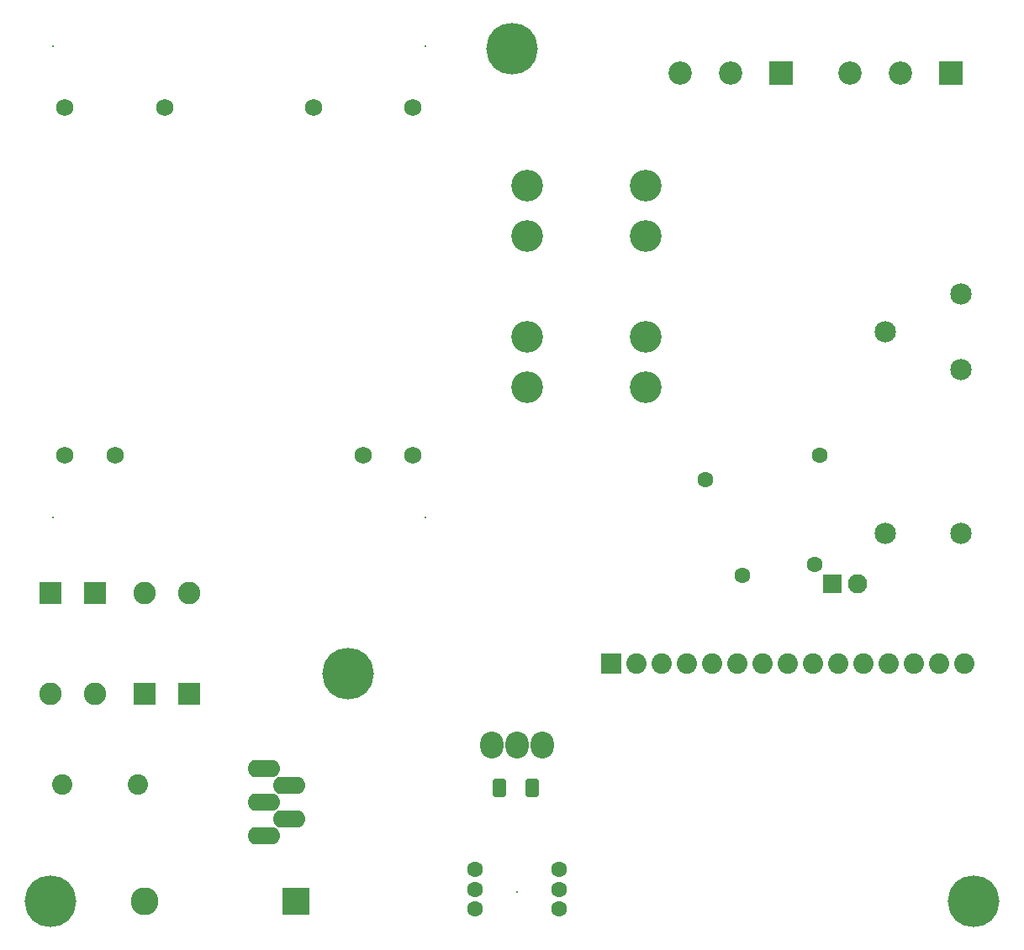
<source format=gbr>
%TF.GenerationSoftware,Altium Limited,Altium Designer,24.0.1 (36)*%
G04 Layer_Color=16711935*
%FSLAX45Y45*%
%MOMM*%
%TF.SameCoordinates,95B5C6B2-F670-4A0E-B731-85317CB4A22F*%
%TF.FilePolarity,Negative*%
%TF.FileFunction,Soldermask,Bot*%
%TF.Part,Single*%
G01*
G75*
%TA.AperFunction,SMDPad,CuDef*%
G04:AMPARAMS|DCode=51|XSize=1.3432mm|YSize=1.8332mm|CornerRadius=0.2441mm|HoleSize=0mm|Usage=FLASHONLY|Rotation=0.000|XOffset=0mm|YOffset=0mm|HoleType=Round|Shape=RoundedRectangle|*
%AMROUNDEDRECTD51*
21,1,1.34320,1.34500,0,0,0.0*
21,1,0.85500,1.83320,0,0,0.0*
1,1,0.48820,0.42750,-0.67250*
1,1,0.48820,-0.42750,-0.67250*
1,1,0.48820,-0.42750,0.67250*
1,1,0.48820,0.42750,0.67250*
%
%ADD51ROUNDEDRECTD51*%
%TA.AperFunction,ComponentPad*%
%ADD62C,2.05320*%
%ADD63R,2.05320X2.05320*%
%ADD64C,5.20320*%
%ADD65C,2.35320*%
%ADD66R,2.35320X2.35320*%
%ADD67C,3.20320*%
%ADD68C,0.20320*%
%ADD69C,1.72720*%
%ADD70C,2.15320*%
%ADD71O,2.35320X2.70320*%
%ADD72R,1.95321X1.95321*%
%ADD73C,1.95321*%
%ADD74R,2.25320X2.25320*%
%ADD75C,2.25320*%
%ADD76C,2.05321*%
%ADD77O,3.30320X1.75320*%
%ADD78C,2.80320*%
%ADD79R,2.80320X2.80320*%
%TA.AperFunction,ViaPad*%
%ADD80C,1.60320*%
D51*
X4872000Y1500000D02*
D03*
X5200000D02*
D03*
D62*
X9048000Y2750000D02*
D03*
X8794000D02*
D03*
X8540000D02*
D03*
X8286000D02*
D03*
X8032000D02*
D03*
X6762000D02*
D03*
X6508000D02*
D03*
X6254000D02*
D03*
X7016000D02*
D03*
X7270000D02*
D03*
X7524000D02*
D03*
X7778000D02*
D03*
X9302000D02*
D03*
X9556000D02*
D03*
D63*
X6000000D02*
D03*
D64*
X3350000Y2650000D02*
D03*
X9650000Y350000D02*
D03*
X5000000Y8950000D02*
D03*
X350000Y350000D02*
D03*
D65*
X8400000Y8700000D02*
D03*
X8908000D02*
D03*
X6692000D02*
D03*
X7200000D02*
D03*
D66*
X9416000D02*
D03*
X7708000D02*
D03*
D67*
X6350800Y5534300D02*
D03*
Y6042300D02*
D03*
Y7058300D02*
D03*
Y7566300D02*
D03*
X5150800Y5534300D02*
D03*
Y6042300D02*
D03*
Y7058300D02*
D03*
Y7566300D02*
D03*
D68*
X4125000Y4225000D02*
D03*
X375000D02*
D03*
Y8975000D02*
D03*
X4125000D02*
D03*
X5050000Y450000D02*
D03*
D69*
X500000Y8350000D02*
D03*
X4000000D02*
D03*
X1500000D02*
D03*
X3000000D02*
D03*
X500000Y4850000D02*
D03*
X4000000D02*
D03*
X3500000D02*
D03*
X1000000D02*
D03*
D70*
X9525000Y6477000D02*
D03*
Y5715000D02*
D03*
X8763000Y6096000D02*
D03*
X9525000Y4064000D02*
D03*
X8763000D02*
D03*
D71*
X5304000Y1931666D02*
D03*
X5050000Y1931700D02*
D03*
X4796000D02*
D03*
D72*
X8223000Y3550000D02*
D03*
D73*
X8477000D02*
D03*
D74*
X1300000Y2442000D02*
D03*
X800000Y3458000D02*
D03*
X350000D02*
D03*
X1750000Y2442000D02*
D03*
D75*
X1300000Y3458000D02*
D03*
X800000Y2442000D02*
D03*
X350000D02*
D03*
X1750000Y3458000D02*
D03*
D76*
X1231000Y1529215D02*
D03*
X469000D02*
D03*
D77*
X2500000Y1690000D02*
D03*
X2760000Y1520000D02*
D03*
X2500000Y1350000D02*
D03*
X2760000Y1180000D02*
D03*
X2500000Y1010000D02*
D03*
D78*
X1297714Y350000D02*
D03*
D79*
X2821714D02*
D03*
D80*
X4625000Y275000D02*
D03*
Y475000D02*
D03*
Y675000D02*
D03*
X5475000D02*
D03*
Y475000D02*
D03*
Y275000D02*
D03*
X7321400Y3638900D02*
D03*
X8050000Y3750000D02*
D03*
X6950000Y4600000D02*
D03*
X8100000Y4850000D02*
D03*
%TF.MD5,3bbe38e6eeda9f5a3c905b5f0511a122*%
M02*

</source>
